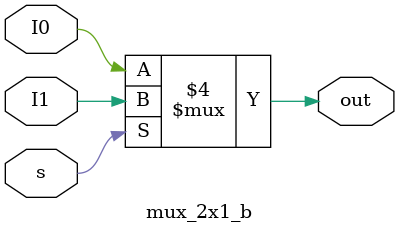
<source format=v>
module mux_2x1_s(
    input I0, I1, s,
    output out
    );
    wire w1, w2, w3;
    not(w1, s);
    and(w2,I0,s);
    and(w3,I1,w1);
    or(out,w2, w3);
endmodule


//2)Data Flow
module mux_2x1_d(
    input I0, I1, s,
    output out
    );
    wire w1, w2, w3;
    assign w1 = ~(s);
    assign w2 = I0 & s;
    assign w3 = I1 & w1;
    assign out = w2 | w3;
endmodule


//3)Behavioural
module mux_2x1_b(
    input I0, I1, s,
    output out
    );
    always @(I0, I1, s) 
    begin
        if (s == 1'b0)
            out = I0;
        else
            out = I1;
    end
endmodule

</source>
